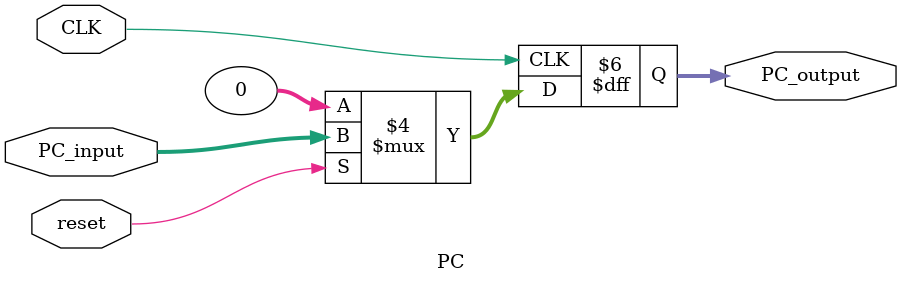
<source format=v>
module PC(
    input [31:0] PC_input,
    input reset,CLK, // reset,low active
    output reg [31:0] PC_output
);

    always @(posedge CLK) begin
        if(!reset) begin
            PC_output <= 32'b0;
        end 
        else begin 
            PC_output <= PC_input; // "==" like C language is sequential, but "<=" is like doing thing at the same time 
        end 
    end 

endmodule 
</source>
